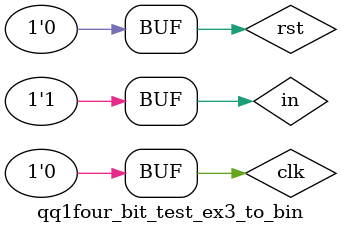
<source format=v>
module qq1four_bit_test_ex3_to_bin();
reg in,clk,rst; // input as reg  
wire out;  // output as wire  
fourbexcess_3tobin mod1(out,in,clk,rst);
initial 
begin 
  clk=1'b0;   // generaring the clock 
  repeat(50) #5 clk=~clk;
end
initial 
begin
  rst=1'b0;
  #7 rst=1'b1;   // syncronous reset 
  #3 rst=1'b0;
end
initial 
begin 
  #10 in=1'b1; #10 in=1'b1;#10 in=1'b0; #10 in=1'b0;#10 in=1'b1; #10 in=1'b0;#10 in=1'b1; #10 in=1'b0;
  #10 in=1'b0; #10 in=1'b1;#10 in=1'b1; #10 in=1'b0;#10 in=1'b1; #10 in=1'b1;#10 in=1'b1; #10 in=1'b0;
  #10 in=1'b0; #10 in=1'b0;#10 in=1'b0; #10 in=1'b1;#10 in=1'b0; #10 in=1'b0;#10 in=1'b1; #10 in=1'b1;
  // 6 different excess 3 inputs to verify output 
end 
endmodule


</source>
